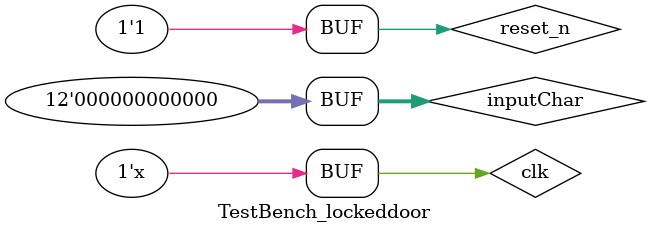
<source format=v>
`timescale 1 ps/ 1 ps

module TestBench_lockeddoor();

reg              clk;
reg              reset_n;
reg  [11:0]      inputChar;    // 输入信号，0-9 * #
wire             open;         // 开门信号

always #50 clk = ~clk;

parameter CHR_0 = 12'b000000000001; // num 0
parameter CHR_1 = 12'b000000000010; // num 1
parameter CHR_2 = 12'b000000000100; // num 2
parameter CHR_3 = 12'b000000001000; // num 3
parameter CHR_4 = 12'b000000010000; // num 4
parameter CHR_5 = 12'b000000100000; // num 5
parameter CHR_6 = 12'b000001000000; // num 6
parameter CHR_7 = 12'b000010000000; // num 7
parameter CHR_8 = 12'b000100000000; // num 8
parameter CHR_9 = 12'b001000000000; // num 9
parameter CHR_s = 12'b010000000000; // start key [*]
parameter CHR_p = 12'b100000000000; // pound key [#]

initial begin                                                  
init();
                     
end  

task init;
begin
    clk  <= 0;
    reset_n <= 1;
    #200 
    reset_n <= 0;
    #200 
    reset_n <= 1;


    #200
    // 输入原密码测试是否能通过
    press(CHR_1);
    press(CHR_2);
    press(CHR_3);
    press(CHR_4);
    press(CHR_5);
    press(CHR_6);

    #4000
    // 中间输入[#]测试是否能退出
    press(CHR_1);
    press(CHR_2);
    press(CHR_p);

    #4000
    // 输入*号，重设密码
    press(CHR_s); 

    #1000
    // 首先需要输入原密码进行验证
    press(CHR_1);
    press(CHR_2);
    press(CHR_3);
    press(CHR_4);
    press(CHR_5);
    press(CHR_6);

    #4000
    // 然后输入新密码修改
    press(CHR_1);
    press(CHR_3);
    press(CHR_5);
    press(CHR_7);
    press(CHR_9);
    press(CHR_0);

    #4000
    // 输入旧密码测试是否能通过
    press(CHR_1);
    press(CHR_2);
    press(CHR_3);
    press(CHR_4);
    press(CHR_5);
    press(CHR_6);

    #4000
    // 输入新密码测试是否能通过
    press(CHR_1);
    press(CHR_3);
    press(CHR_5);
    press(CHR_7);
    press(CHR_9);
    press(CHR_0);
    
end
endtask
   
lockeddoor i1 (
.clk        (clk),
.reset_n    (reset_n),
.inputChar  (inputChar),  
.password   (),
.open       (open)
);
  
   
task press;
  input [11:0]  INPUTS;
  
  begin
    #1000                  
    inputChar<= INPUTS;
    #1000 
    inputChar<= 0;
  end
endtask

                                           
endmodule



</source>
